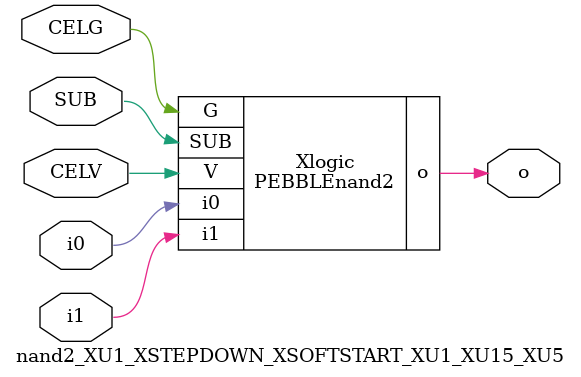
<source format=v>



module PEBBLEnand2 ( o, G, SUB, V, i0, i1 );

  input i0;
  input V;
  input i1;
  input G;
  output o;
  input SUB;
endmodule

//Celera Confidential Do Not Copy nand2_XU1_XSTEPDOWN_XSOFTSTART_XU1_XU15_XU5
//Celera Confidential Symbol Generator
//5V NAND2
module nand2_XU1_XSTEPDOWN_XSOFTSTART_XU1_XU15_XU5 (CELV,CELG,i0,i1,o,SUB);
input CELV;
input CELG;
input i0;
input i1;
input SUB;
output o;

//Celera Confidential Do Not Copy nand2
PEBBLEnand2 Xlogic(
.V (CELV),
.i0 (i0),
.i1 (i1),
.o (o),
.SUB (SUB),
.G (CELG)
);
//,diesize,PEBBLEnand2

//Celera Confidential Do Not Copy Module End
//Celera Schematic Generator
endmodule

</source>
